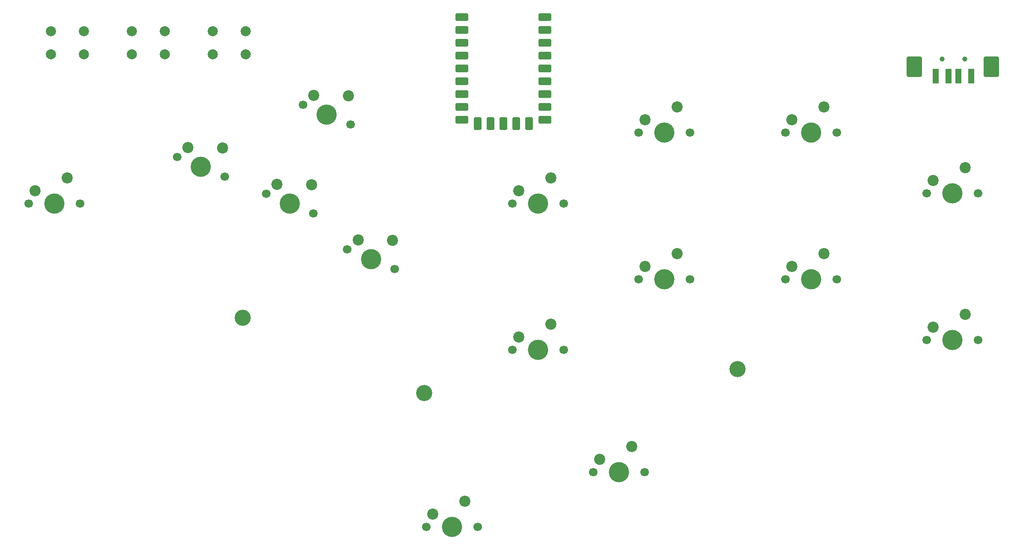
<source format=gbr>
%TF.GenerationSoftware,KiCad,Pcbnew,9.0.2*%
%TF.CreationDate,2025-06-17T17:20:09-07:00*%
%TF.ProjectId,daughter_board,64617567-6874-4657-925f-626f6172642e,rev?*%
%TF.SameCoordinates,Original*%
%TF.FileFunction,Soldermask,Top*%
%TF.FilePolarity,Negative*%
%FSLAX46Y46*%
G04 Gerber Fmt 4.6, Leading zero omitted, Abs format (unit mm)*
G04 Created by KiCad (PCBNEW 9.0.2) date 2025-06-17 17:20:09*
%MOMM*%
%LPD*%
G01*
G04 APERTURE LIST*
G04 Aperture macros list*
%AMRoundRect*
0 Rectangle with rounded corners*
0 $1 Rounding radius*
0 $2 $3 $4 $5 $6 $7 $8 $9 X,Y pos of 4 corners*
0 Add a 4 corners polygon primitive as box body*
4,1,4,$2,$3,$4,$5,$6,$7,$8,$9,$2,$3,0*
0 Add four circle primitives for the rounded corners*
1,1,$1+$1,$2,$3*
1,1,$1+$1,$4,$5*
1,1,$1+$1,$6,$7*
1,1,$1+$1,$8,$9*
0 Add four rect primitives between the rounded corners*
20,1,$1+$1,$2,$3,$4,$5,0*
20,1,$1+$1,$4,$5,$6,$7,0*
20,1,$1+$1,$6,$7,$8,$9,0*
20,1,$1+$1,$8,$9,$2,$3,0*%
G04 Aperture macros list end*
%ADD10C,1.700000*%
%ADD11C,4.000000*%
%ADD12C,2.200000*%
%ADD13C,2.000000*%
%ADD14C,3.200000*%
%ADD15C,1.000000*%
%ADD16R,1.250000X3.000000*%
%ADD17RoundRect,0.250000X1.250000X1.750000X-1.250000X1.750000X-1.250000X-1.750000X1.250000X-1.750000X0*%
%ADD18RoundRect,0.400000X0.900000X0.400000X-0.900000X0.400000X-0.900000X-0.400000X0.900000X-0.400000X0*%
%ADD19RoundRect,0.400050X0.899950X0.400050X-0.899950X0.400050X-0.899950X-0.400050X0.899950X-0.400050X0*%
%ADD20RoundRect,0.400000X0.400000X0.900000X-0.400000X0.900000X-0.400000X-0.900000X0.400000X-0.900000X0*%
%ADD21RoundRect,0.393700X0.393700X0.906300X-0.393700X0.906300X-0.393700X-0.906300X0.393700X-0.906300X0*%
G04 APERTURE END LIST*
D10*
%TO.C,SW12*%
X181007364Y-86564873D03*
D11*
X186087364Y-86564873D03*
D10*
X191167364Y-86564873D03*
D12*
X188627364Y-81484873D03*
X182277364Y-84024873D03*
%TD*%
D13*
%TO.C,SW17*%
X87250000Y-42000000D03*
X80750000Y-42000000D03*
X87250000Y-37500000D03*
X80750000Y-37500000D03*
%TD*%
D10*
%TO.C,SW13*%
X210007364Y-86564873D03*
D11*
X215087364Y-86564873D03*
D10*
X220167364Y-86564873D03*
D12*
X217627364Y-81484873D03*
X211277364Y-84024873D03*
%TD*%
D14*
%TO.C,H2*%
X138608320Y-109085920D03*
%TD*%
D10*
%TO.C,SW3*%
X123363384Y-80611936D03*
D11*
X128056692Y-82555968D03*
D10*
X132750000Y-84500000D03*
D12*
X132347378Y-78834676D03*
X125508727Y-78751290D03*
%TD*%
D10*
%TO.C,SW15*%
X172007364Y-124751647D03*
D11*
X177087364Y-124751647D03*
D10*
X182167364Y-124751647D03*
D12*
X179627364Y-119671647D03*
X173277364Y-122211647D03*
%TD*%
D10*
%TO.C,SW1*%
X89694308Y-62336179D03*
D11*
X94387616Y-64280211D03*
D10*
X99080924Y-66224243D03*
D12*
X98678302Y-60558919D03*
X91839651Y-60475533D03*
%TD*%
D10*
%TO.C,SW10*%
X238007364Y-69564873D03*
D11*
X243087364Y-69564873D03*
D10*
X248167364Y-69564873D03*
D12*
X245627364Y-64484873D03*
X239277364Y-67024873D03*
%TD*%
D14*
%TO.C,H3*%
X200587364Y-104355434D03*
%TD*%
D10*
%TO.C,SW8*%
X181007364Y-57564873D03*
D11*
X186087364Y-57564873D03*
D10*
X191167364Y-57564873D03*
D12*
X188627364Y-52484873D03*
X182277364Y-55024873D03*
%TD*%
D13*
%TO.C,SW16*%
X71250000Y-42000000D03*
X64750000Y-42000000D03*
X71250000Y-37500000D03*
X64750000Y-37500000D03*
%TD*%
D14*
%TO.C,H1*%
X102663706Y-94162963D03*
%TD*%
D10*
%TO.C,SW2*%
X107294213Y-69626298D03*
D11*
X111987521Y-71570330D03*
D10*
X116680829Y-73514362D03*
D12*
X116278207Y-67849038D03*
X109439556Y-67765652D03*
%TD*%
D10*
%TO.C,SW9*%
X210007364Y-57564873D03*
D11*
X215087364Y-57564873D03*
D10*
X220167364Y-57564873D03*
D12*
X217627364Y-52484873D03*
X211277364Y-55024873D03*
%TD*%
D15*
%TO.C,J1*%
X245500000Y-43000000D03*
X241000000Y-43000000D03*
D16*
X246750000Y-46380000D03*
X244250000Y-46380000D03*
X242250000Y-46380000D03*
X239750000Y-46380000D03*
D17*
X250750000Y-44500000D03*
X235500000Y-44500000D03*
%TD*%
D10*
%TO.C,SW7*%
X156007364Y-71564873D03*
D11*
X161087364Y-71564873D03*
D10*
X166167364Y-71564873D03*
D12*
X163627364Y-66484873D03*
X157277364Y-69024873D03*
%TD*%
D10*
%TO.C,SW11*%
X156007364Y-100564873D03*
D11*
X161087364Y-100564873D03*
D10*
X166167364Y-100564873D03*
D12*
X163627364Y-95484873D03*
X157277364Y-98024873D03*
%TD*%
D10*
%TO.C,SW4*%
X114584332Y-52026393D03*
D11*
X119277640Y-53970425D03*
D10*
X123970948Y-55914457D03*
D12*
X123568326Y-50249133D03*
X116729675Y-50165747D03*
%TD*%
D10*
%TO.C,SW14*%
X238007364Y-98564873D03*
D11*
X243087364Y-98564873D03*
D10*
X248167364Y-98564873D03*
D12*
X245627364Y-93484873D03*
X239277364Y-96024873D03*
%TD*%
D13*
%TO.C,SW18*%
X96750000Y-37500000D03*
X103250000Y-37500000D03*
X96750000Y-42000000D03*
X103250000Y-42000000D03*
%TD*%
D10*
%TO.C,SW6*%
X139007364Y-135564873D03*
D11*
X144087364Y-135564873D03*
D10*
X149167364Y-135564873D03*
D12*
X146627364Y-130484873D03*
X140277364Y-133024873D03*
%TD*%
D10*
%TO.C,SW5*%
X60338288Y-71556569D03*
D11*
X65418288Y-71556569D03*
D10*
X70498288Y-71556569D03*
D12*
X67958288Y-66476569D03*
X61608288Y-69016569D03*
%TD*%
D18*
%TO.C,RZ1*%
X146026102Y-34640000D03*
X146026102Y-37180000D03*
X146026102Y-39720000D03*
X146026102Y-42260000D03*
X146026102Y-44800000D03*
D19*
X146026102Y-47340000D03*
X146026102Y-49880000D03*
X146026102Y-52420000D03*
X146026102Y-54960000D03*
D20*
X149166102Y-55770000D03*
D21*
X151706102Y-55770000D03*
X154246102Y-55770000D03*
X156786102Y-55770000D03*
X159326102Y-55770000D03*
D19*
X162466102Y-54960000D03*
X162466102Y-52420000D03*
X162466102Y-49880000D03*
X162466102Y-47340000D03*
X162466102Y-44800000D03*
X162466102Y-42260000D03*
X162466102Y-39720000D03*
X162466102Y-34640000D03*
X162466102Y-37180000D03*
%TD*%
M02*

</source>
